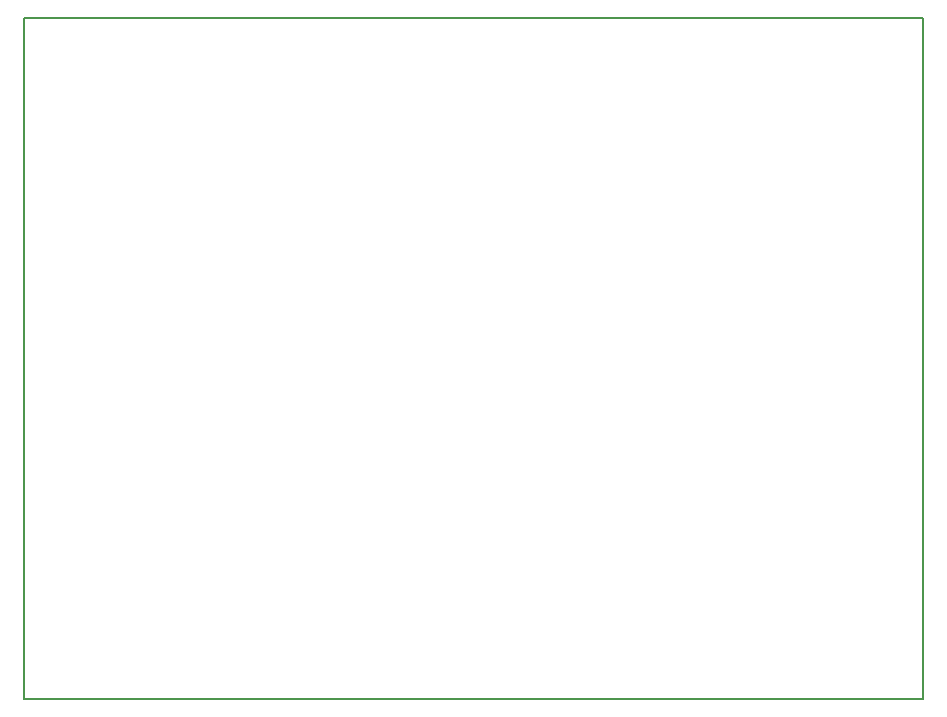
<source format=gm1>
G04 MADE WITH FRITZING*
G04 WWW.FRITZING.ORG*
G04 DOUBLE SIDED*
G04 HOLES PLATED*
G04 CONTOUR ON CENTER OF CONTOUR VECTOR*
%ASAXBY*%
%FSLAX23Y23*%
%MOIN*%
%OFA0B0*%
%SFA1.0B1.0*%
%ADD10R,3.007040X2.278160*%
%ADD11C,0.008000*%
%ADD10C,0.008*%
%LNCONTOUR*%
G90*
G70*
G54D10*
G54D11*
X4Y2274D02*
X3003Y2274D01*
X3003Y4D01*
X4Y4D01*
X4Y2274D01*
D02*
G04 End of contour*
M02*
</source>
